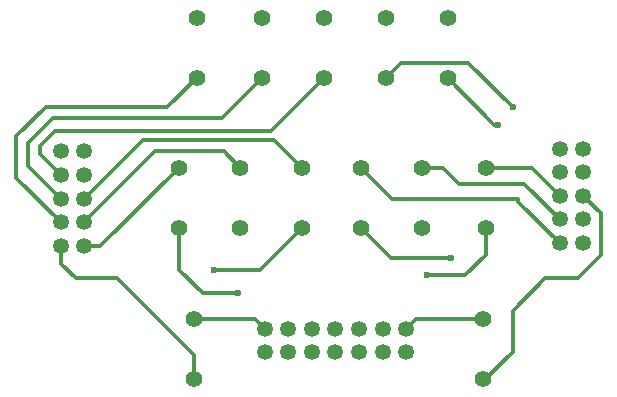
<source format=gtl>
%TF.GenerationSoftware,KiCad,Pcbnew,9.0.1*%
%TF.CreationDate,2025-04-11T17:38:00-07:00*%
%TF.ProjectId,CellTapFuses_V3,43656c6c-5461-4704-9675-7365735f5633,rev?*%
%TF.SameCoordinates,Original*%
%TF.FileFunction,Copper,L1,Top*%
%TF.FilePolarity,Positive*%
%FSLAX46Y46*%
G04 Gerber Fmt 4.6, Leading zero omitted, Abs format (unit mm)*
G04 Created by KiCad (PCBNEW 9.0.1) date 2025-04-11 17:38:00*
%MOMM*%
%LPD*%
G01*
G04 APERTURE LIST*
%TA.AperFunction,ComponentPad*%
%ADD10C,1.397000*%
%TD*%
%TA.AperFunction,ComponentPad*%
%ADD11C,1.346200*%
%TD*%
%TA.AperFunction,ViaPad*%
%ADD12C,0.600000*%
%TD*%
%TA.AperFunction,Conductor*%
%ADD13C,0.300000*%
%TD*%
G04 APERTURE END LIST*
D10*
%TO.P,F11,1*%
%TO.N,Net-(F11-Pad1)*%
X68500000Y-84290000D03*
%TO.P,F11,2*%
%TO.N,Net-(F11-Pad2)*%
X68500000Y-79210000D03*
%TD*%
%TO.P,F13,1*%
%TO.N,Net-(F13-Pad1)*%
X71500000Y-109790000D03*
%TO.P,F13,2*%
%TO.N,Net-(F13-Pad2)*%
X71500000Y-104710000D03*
%TD*%
%TO.P,F1,1*%
%TO.N,Net-(F1-Pad1)*%
X47000000Y-109790000D03*
%TO.P,F1,2*%
%TO.N,Net-(F1-Pad2)*%
X47000000Y-104710000D03*
%TD*%
%TO.P,F8,1*%
%TO.N,Net-(F8-Pad1)*%
X61150000Y-91860002D03*
%TO.P,F8,2*%
%TO.N,Net-(F8-Pad2)*%
X61150000Y-96940002D03*
%TD*%
%TO.P,F6,1*%
%TO.N,Net-(F6-Pad1)*%
X56150000Y-91860002D03*
%TO.P,F6,2*%
%TO.N,Net-(F6-Pad2)*%
X56150000Y-96940002D03*
%TD*%
%TO.P,F7,1*%
%TO.N,Net-(F7-Pad1)*%
X58000000Y-84290000D03*
%TO.P,F7,2*%
%TO.N,Net-(F7-Pad2)*%
X58000000Y-79210000D03*
%TD*%
%TO.P,F12,1*%
%TO.N,Net-(F12-Pad1)*%
X71750000Y-91860002D03*
%TO.P,F12,2*%
%TO.N,Net-(F12-Pad2)*%
X71750000Y-96940002D03*
%TD*%
D11*
%TO.P,J1,1,1*%
%TO.N,Net-(F1-Pad2)*%
X52999999Y-105500000D03*
%TO.P,J1,2,2*%
%TO.N,Net-(F2-Pad2)*%
X52999999Y-107500001D03*
%TO.P,J1,3,3*%
%TO.N,Net-(F3-Pad2)*%
X55000000Y-105500000D03*
%TO.P,J1,4,4*%
%TO.N,Net-(F4-Pad2)*%
X55000000Y-107500001D03*
%TO.P,J1,5,5*%
%TO.N,Net-(F5-Pad2)*%
X56999999Y-105500000D03*
%TO.P,J1,6,6*%
%TO.N,Net-(F6-Pad2)*%
X56999999Y-107500001D03*
%TO.P,J1,7,7*%
%TO.N,Net-(F7-Pad2)*%
X59000000Y-105500000D03*
%TO.P,J1,8,8*%
%TO.N,Net-(F8-Pad2)*%
X59000000Y-107500001D03*
%TO.P,J1,9,9*%
%TO.N,Net-(F9-Pad2)*%
X61000001Y-105500000D03*
%TO.P,J1,10,10*%
%TO.N,Net-(F10-Pad2)*%
X61000001Y-107500001D03*
%TO.P,J1,11,11*%
%TO.N,Net-(F11-Pad2)*%
X62999999Y-105500000D03*
%TO.P,J1,12,12*%
%TO.N,Net-(F12-Pad2)*%
X62999999Y-107500001D03*
%TO.P,J1,13,13*%
%TO.N,Net-(F13-Pad2)*%
X65000001Y-105500000D03*
%TO.P,J1,14,14*%
%TO.N,unconnected-(J1-Pad14)*%
X65000001Y-107500001D03*
%TD*%
D10*
%TO.P,F5,1*%
%TO.N,Net-(F5-Pad1)*%
X52750000Y-84250000D03*
%TO.P,F5,2*%
%TO.N,Net-(F5-Pad2)*%
X52750000Y-79170000D03*
%TD*%
%TO.P,F10,1*%
%TO.N,Net-(F10-Pad1)*%
X66350000Y-91860002D03*
%TO.P,F10,2*%
%TO.N,Net-(F10-Pad2)*%
X66350000Y-96940002D03*
%TD*%
%TO.P,F4,1*%
%TO.N,Net-(F4-Pad1)*%
X50950000Y-91860002D03*
%TO.P,F4,2*%
%TO.N,Net-(F4-Pad2)*%
X50950000Y-96940002D03*
%TD*%
%TO.P,F2,1*%
%TO.N,Net-(F2-Pad1)*%
X45750000Y-91860002D03*
%TO.P,F2,2*%
%TO.N,Net-(F2-Pad2)*%
X45750000Y-96940002D03*
%TD*%
D11*
%TO.P,J3,1,1*%
%TO.N,Net-(F8-Pad1)*%
X77999999Y-98250000D03*
%TO.P,J3,2,2*%
%TO.N,Net-(F9-Pad1)*%
X80000000Y-98250000D03*
%TO.P,J3,3,3*%
%TO.N,Net-(F10-Pad1)*%
X77999999Y-96250001D03*
%TO.P,J3,4,4*%
%TO.N,Net-(F11-Pad1)*%
X80000000Y-96250001D03*
%TO.P,J3,5,5*%
%TO.N,Net-(F12-Pad1)*%
X77999999Y-94250000D03*
%TO.P,J3,6,6*%
%TO.N,Net-(F13-Pad1)*%
X80000000Y-94250000D03*
%TO.P,J3,7,7*%
%TO.N,unconnected-(J3-Pad7)*%
X77999999Y-92249999D03*
%TO.P,J3,8,8*%
%TO.N,unconnected-(J3-Pad8)*%
X80000000Y-92249999D03*
%TO.P,J3,9,9*%
%TO.N,unconnected-(J3-Pad9)*%
X77999999Y-90250001D03*
%TO.P,J3,10,10*%
%TO.N,unconnected-(J3-Pad10)*%
X80000000Y-90250001D03*
%TD*%
D10*
%TO.P,F3,1*%
%TO.N,Net-(F3-Pad1)*%
X47250000Y-84250000D03*
%TO.P,F3,2*%
%TO.N,Net-(F3-Pad2)*%
X47250000Y-79170000D03*
%TD*%
D11*
%TO.P,J2,1,1*%
%TO.N,Net-(F1-Pad1)*%
X35749999Y-98500001D03*
%TO.P,J2,2,2*%
%TO.N,Net-(F2-Pad1)*%
X37750000Y-98500001D03*
%TO.P,J2,3,3*%
%TO.N,Net-(F3-Pad1)*%
X35749999Y-96500002D03*
%TO.P,J2,4,4*%
%TO.N,Net-(F4-Pad1)*%
X37750000Y-96500002D03*
%TO.P,J2,5,5*%
%TO.N,Net-(F5-Pad1)*%
X35749999Y-94500001D03*
%TO.P,J2,6,6*%
%TO.N,Net-(F6-Pad1)*%
X37750000Y-94500001D03*
%TO.P,J2,7,7*%
%TO.N,Net-(F7-Pad1)*%
X35749999Y-92500000D03*
%TO.P,J2,8,8*%
%TO.N,unconnected-(J2-Pad8)*%
X37750000Y-92500000D03*
%TO.P,J2,9,9*%
%TO.N,unconnected-(J2-Pad9)*%
X35749999Y-90500002D03*
%TO.P,J2,10,10*%
%TO.N,unconnected-(J2-Pad10)*%
X37750000Y-90500002D03*
%TD*%
D10*
%TO.P,F9,1*%
%TO.N,Net-(F9-Pad1)*%
X63250000Y-84290000D03*
%TO.P,F9,2*%
%TO.N,Net-(F9-Pad2)*%
X63250000Y-79210000D03*
%TD*%
D12*
%TO.N,Net-(F12-Pad2)*%
X66750000Y-101000000D03*
%TO.N,Net-(F8-Pad2)*%
X68750000Y-99500000D03*
%TO.N,Net-(F2-Pad2)*%
X50749999Y-102500001D03*
%TO.N,Net-(F6-Pad2)*%
X48750000Y-100500000D03*
%TO.N,Net-(F11-Pad1)*%
X72750000Y-88250000D03*
%TO.N,Net-(F9-Pad1)*%
X74000000Y-86750000D03*
%TD*%
D13*
%TO.N,Net-(F5-Pad1)*%
X35749999Y-94500001D02*
X33000000Y-91750002D01*
X33000000Y-91750002D02*
X33000000Y-89750000D01*
X33000000Y-89750000D02*
X35114085Y-87635915D01*
X49364085Y-87635915D02*
X52750000Y-84250000D01*
X35114085Y-87635915D02*
X49364085Y-87635915D01*
%TO.N,Net-(F12-Pad2)*%
X71750000Y-99250000D02*
X71750000Y-96940002D01*
X70000000Y-101000000D02*
X71750000Y-99250000D01*
X66750000Y-101000000D02*
X70000000Y-101000000D01*
%TO.N,Net-(F8-Pad2)*%
X63709998Y-99500000D02*
X61150000Y-96940002D01*
X68750000Y-99500000D02*
X63709998Y-99500000D01*
%TO.N,Net-(F2-Pad2)*%
X50749999Y-102500001D02*
X47750001Y-102500001D01*
X47750001Y-102500001D02*
X45750000Y-100500000D01*
X45750000Y-100500000D02*
X45750000Y-96940002D01*
%TO.N,Net-(F13-Pad2)*%
X65000001Y-105500000D02*
X65790001Y-104710000D01*
X65790001Y-104710000D02*
X71500000Y-104710000D01*
%TO.N,Net-(F6-Pad2)*%
X52590002Y-100500000D02*
X56150000Y-96940002D01*
X48750000Y-100500000D02*
X52590002Y-100500000D01*
%TO.N,Net-(F1-Pad2)*%
X52209999Y-104710000D02*
X47000000Y-104710000D01*
X52999999Y-105500000D02*
X52209999Y-104710000D01*
%TO.N,Net-(F13-Pad1)*%
X76750000Y-101250000D02*
X79500000Y-101250000D01*
X74000000Y-104000000D02*
X76750000Y-101250000D01*
X71500000Y-109790000D02*
X71710000Y-109790000D01*
X71710000Y-109790000D02*
X74000000Y-107500000D01*
X74000000Y-107500000D02*
X74000000Y-104000000D01*
X81500000Y-95750000D02*
X80000000Y-94250000D01*
X81500000Y-99250000D02*
X81500000Y-95750000D01*
X79500000Y-101250000D02*
X81500000Y-99250000D01*
%TO.N,Net-(F10-Pad1)*%
X77999999Y-96250001D02*
X74999998Y-93250000D01*
X69473505Y-93250000D02*
X68083507Y-91860002D01*
X68083507Y-91860002D02*
X66350000Y-91860002D01*
X74999998Y-93250000D02*
X69473505Y-93250000D01*
%TO.N,Net-(F12-Pad1)*%
X71750000Y-91860002D02*
X75610001Y-91860002D01*
X75610001Y-91860002D02*
X77999999Y-94250000D01*
%TO.N,Net-(F11-Pad1)*%
X72460000Y-88250000D02*
X72750000Y-88250000D01*
X68500000Y-84290000D02*
X72460000Y-88250000D01*
%TO.N,Net-(F9-Pad1)*%
X70250000Y-83000000D02*
X64540000Y-83000000D01*
X64540000Y-83000000D02*
X63250000Y-84290000D01*
X74000000Y-86750000D02*
X70250000Y-83000000D01*
%TO.N,Net-(F1-Pad1)*%
X37000000Y-101250000D02*
X35749999Y-99999999D01*
X35749999Y-99999999D02*
X35749999Y-98500001D01*
X47000000Y-109790000D02*
X47000000Y-107750000D01*
X47000000Y-107750000D02*
X40500000Y-101250000D01*
X40500000Y-101250000D02*
X37000000Y-101250000D01*
%TO.N,Net-(F3-Pad1)*%
X32000000Y-89217614D02*
X32000000Y-92750003D01*
X44750000Y-86750000D02*
X34467614Y-86750000D01*
X34467614Y-86750000D02*
X32000000Y-89217614D01*
X32000000Y-92750003D02*
X35749999Y-96500002D01*
X47250000Y-84250000D02*
X44750000Y-86750000D01*
%TO.N,Net-(F6-Pad1)*%
X53789998Y-89500000D02*
X42750001Y-89500000D01*
X56150000Y-91860002D02*
X53789998Y-89500000D01*
X42750001Y-89500000D02*
X37750000Y-94500001D01*
%TO.N,Net-(F8-Pad1)*%
X77999999Y-98250000D02*
X74500000Y-94750001D01*
X63789998Y-94500000D02*
X61150000Y-91860002D01*
X74500000Y-94750001D02*
X74500000Y-94500000D01*
X74500000Y-94500000D02*
X63789998Y-94500000D01*
%TO.N,Net-(F4-Pad1)*%
X43750002Y-90500000D02*
X37750000Y-96500002D01*
X49589998Y-90500000D02*
X43750002Y-90500000D01*
X50950000Y-91860002D02*
X49589998Y-90500000D01*
%TO.N,Net-(F7-Pad1)*%
X35250000Y-88750000D02*
X53540000Y-88750000D01*
X35749999Y-92500000D02*
X34000000Y-90750001D01*
X34000000Y-90750001D02*
X34000000Y-90000000D01*
X34000000Y-90000000D02*
X35250000Y-88750000D01*
X53540000Y-88750000D02*
X58000000Y-84290000D01*
%TO.N,Net-(F2-Pad1)*%
X45750000Y-91860002D02*
X39110001Y-98500001D01*
X39110001Y-98500001D02*
X37750000Y-98500001D01*
%TD*%
M02*

</source>
